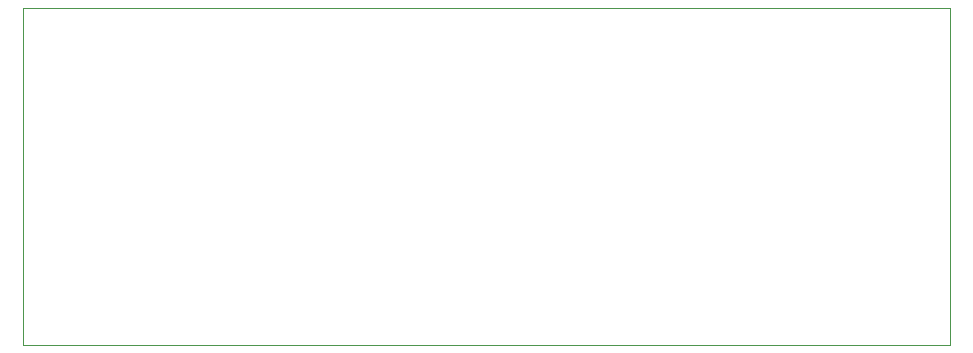
<source format=gbo>
G75*
%MOIN*%
%OFA0B0*%
%FSLAX25Y25*%
%IPPOS*%
%LPD*%
%AMOC8*
5,1,8,0,0,1.08239X$1,22.5*
%
%ADD10C,0.00000*%
D10*
X0006800Y0006800D02*
X0006800Y0119005D01*
X0315855Y0119005D01*
X0315855Y0006800D01*
X0006800Y0006800D01*
M02*

</source>
